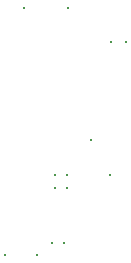
<source format=gbr>
%TF.GenerationSoftware,Altium Limited,Altium Designer,21.6.4 (81)*%
G04 Layer_Color=0*
%FSLAX45Y45*%
%MOMM*%
%TF.SameCoordinates,35F77A6B-66F6-43E6-81AF-3D6A737DF117*%
%TF.FilePolarity,Positive*%
%TF.FileFunction,Plated,1,2,PTH,Drill*%
%TF.Part,Single*%
G01*
G75*
%TA.AperFunction,ViaDrill,NotFilled*%
%ADD40C,0.30000*%
%ADD41C,0.20000*%
D40*
X-200000Y-950000D02*
D03*
X-475000D02*
D03*
X62503Y1144738D02*
D03*
X-311523Y1144245D02*
D03*
X550000Y850000D02*
D03*
X425000D02*
D03*
X25000Y-850000D02*
D03*
X-75000D02*
D03*
X415819Y-276531D02*
D03*
X250000Y25000D02*
D03*
D41*
X-55000Y-270000D02*
D03*
X55000D02*
D03*
Y-380000D02*
D03*
X-55000D02*
D03*
%TF.MD5,8e4cbec0cfb69b9d0b64b6d7a0c52d62*%
M02*

</source>
